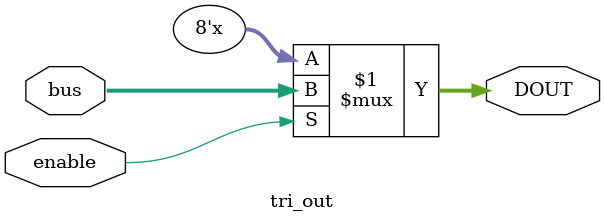
<source format=v>
module tri_out(enable, bus, DOUT);
input enable;
input [7:0] bus;
output [7:0]  DOUT;

assign DOUT = (enable)? bus: 8'hzz;

endmodule

</source>
